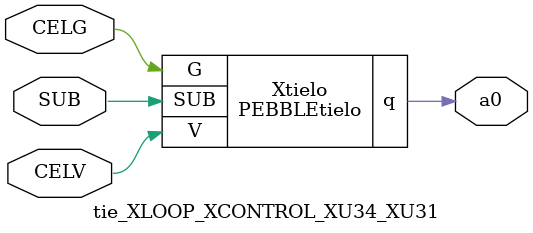
<source format=v>



module PEBBLEtielo ( q, G, SUB, V );

  input V;
  output q;
  input G;
  input SUB;
endmodule

//Celera Confidential Do Not Copy tie_XLOOP_XCONTROL_XU34_XU31
//Celera Confidential Symbol Generator
//TIE
module tie_XLOOP_XCONTROL_XU34_XU31 (CELV,CELG,a0,SUB);
input CELV;
input CELG;
output a0;
input SUB;

//Celera Confidential Do Not Copy tie
PEBBLEtielo Xtielo(
.V (CELV),
.q (a0),
.SUB (SUB),
.G (CELG)
);
//,diesize,PEBBLEtielo

//Celera Confidential Do Not Copy Module End
//Celera Schematic Generator
endmodule

</source>
